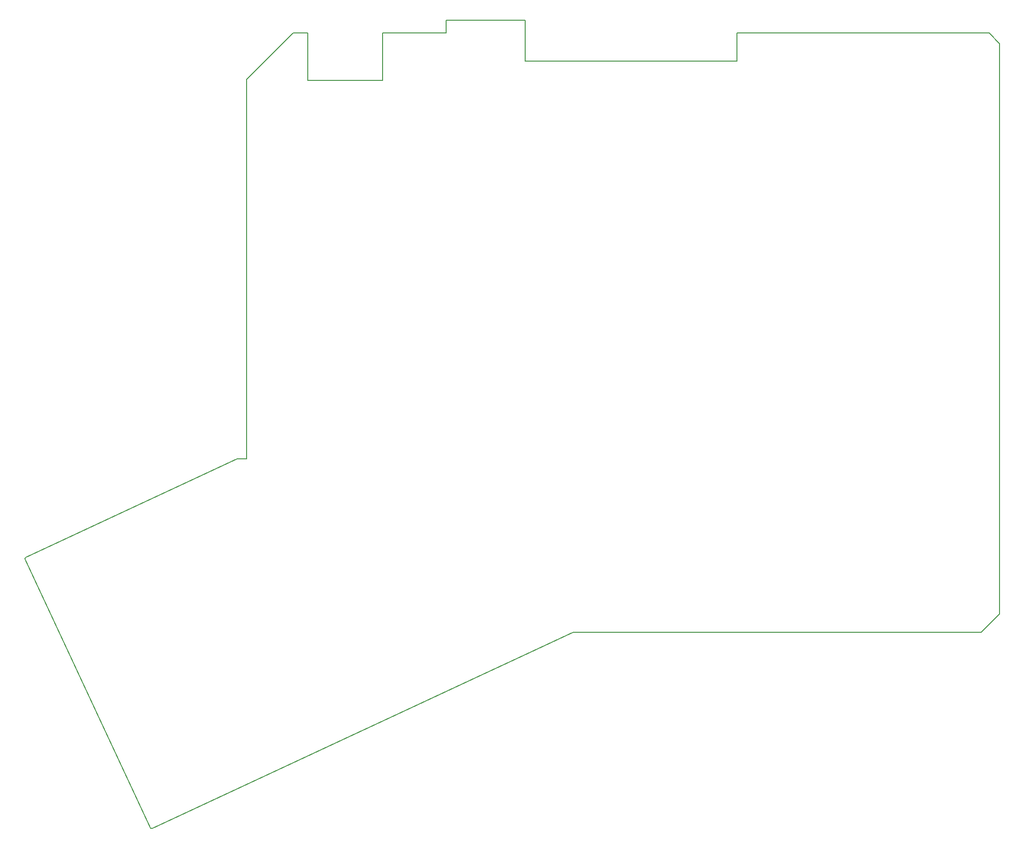
<source format=gm1>
G04 #@! TF.FileFunction,Profile,NP*
%FSLAX46Y46*%
G04 Gerber Fmt 4.6, Leading zero omitted, Abs format (unit mm)*
G04 Created by KiCad (PCBNEW (2015-07-17 BZR 5958)-product) date 8/7/2015 1:36:20 AM*
%MOMM*%
G01*
G04 APERTURE LIST*
%ADD10C,0.150000*%
%ADD11C,0.127000*%
G04 APERTURE END LIST*
D10*
D11*
X64135000Y-53340000D02*
X72517000Y-44958000D01*
X64135000Y-121666000D02*
X62484000Y-121666000D01*
X64135000Y-53340000D02*
X64135000Y-121666000D01*
X199644000Y-46863000D02*
X197739000Y-44958000D01*
X199644000Y-149606000D02*
X196342000Y-152908000D01*
X199644000Y-46863000D02*
X199644000Y-149606000D01*
X24257000Y-139700000D02*
X24384000Y-139446000D01*
X47244000Y-188214000D02*
X46863000Y-188214000D01*
X24257000Y-139700000D02*
X46863000Y-188214000D01*
X127127000Y-152908000D02*
X122936000Y-152908000D01*
X47244000Y-188214000D02*
X122936000Y-152908000D01*
X24384000Y-139446000D02*
X62484000Y-121666000D01*
X127127000Y-152908000D02*
X196342000Y-152908000D01*
X152400000Y-44958000D02*
X197739000Y-44958000D01*
X152400000Y-50038000D02*
X152400000Y-44958000D01*
X114300000Y-50038000D02*
X152400000Y-50038000D01*
X114300000Y-42672000D02*
X114300000Y-50038000D01*
X100076000Y-42672000D02*
X114300000Y-42672000D01*
X100076000Y-44958000D02*
X100076000Y-42672000D01*
X88646000Y-44958000D02*
X100076000Y-44958000D01*
X88646000Y-53467000D02*
X88646000Y-44958000D01*
X75184000Y-53467000D02*
X88646000Y-53467000D01*
X75184000Y-44958000D02*
X75184000Y-53467000D01*
X72517000Y-44958000D02*
X75184000Y-44958000D01*
M02*

</source>
